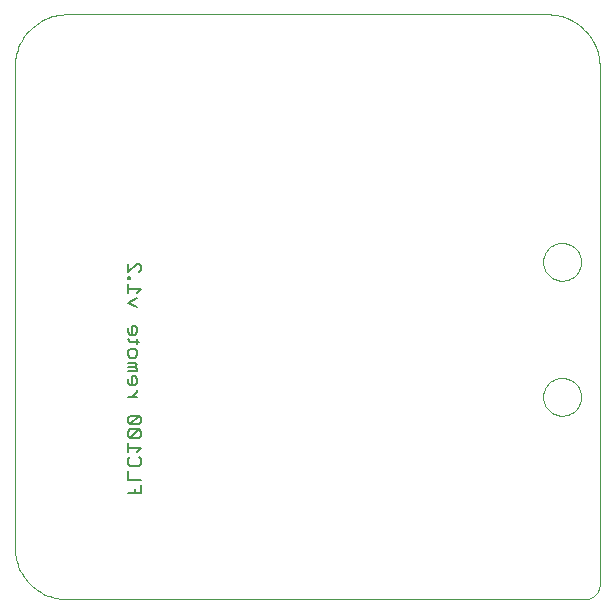
<source format=gbo>
G75*
G70*
%OFA0B0*%
%FSLAX24Y24*%
%IPPOS*%
%LPD*%
%AMOC8*
5,1,8,0,0,1.08239X$1,22.5*
%
%ADD10C,0.0000*%
%ADD11C,0.0060*%
D10*
X002925Y001175D02*
X020175Y001175D01*
X020219Y001177D01*
X020262Y001183D01*
X020304Y001192D01*
X020346Y001205D01*
X020386Y001222D01*
X020425Y001242D01*
X020462Y001265D01*
X020496Y001292D01*
X020529Y001321D01*
X020558Y001354D01*
X020585Y001388D01*
X020608Y001425D01*
X020628Y001464D01*
X020645Y001504D01*
X020658Y001546D01*
X020667Y001588D01*
X020673Y001631D01*
X020675Y001675D01*
X020675Y018925D01*
X020673Y019008D01*
X020667Y019091D01*
X020657Y019174D01*
X020643Y019256D01*
X020626Y019338D01*
X020604Y019418D01*
X020579Y019497D01*
X020550Y019575D01*
X020517Y019652D01*
X020480Y019727D01*
X020441Y019800D01*
X020397Y019871D01*
X020351Y019940D01*
X020301Y020007D01*
X020248Y020071D01*
X020192Y020133D01*
X020133Y020192D01*
X020071Y020248D01*
X020007Y020301D01*
X019940Y020351D01*
X019871Y020397D01*
X019800Y020441D01*
X019727Y020480D01*
X019652Y020517D01*
X019575Y020550D01*
X019497Y020579D01*
X019418Y020604D01*
X019338Y020626D01*
X019256Y020643D01*
X019174Y020657D01*
X019091Y020667D01*
X019008Y020673D01*
X018925Y020675D01*
X002925Y020675D01*
X002842Y020673D01*
X002759Y020667D01*
X002676Y020657D01*
X002594Y020643D01*
X002512Y020626D01*
X002432Y020604D01*
X002353Y020579D01*
X002275Y020550D01*
X002198Y020517D01*
X002123Y020480D01*
X002050Y020441D01*
X001979Y020397D01*
X001910Y020351D01*
X001843Y020301D01*
X001779Y020248D01*
X001717Y020192D01*
X001658Y020133D01*
X001602Y020071D01*
X001549Y020007D01*
X001499Y019940D01*
X001453Y019871D01*
X001409Y019800D01*
X001370Y019727D01*
X001333Y019652D01*
X001300Y019575D01*
X001271Y019497D01*
X001246Y019418D01*
X001224Y019338D01*
X001207Y019256D01*
X001193Y019174D01*
X001183Y019091D01*
X001177Y019008D01*
X001175Y018925D01*
X001175Y002925D01*
X001177Y002842D01*
X001183Y002759D01*
X001193Y002676D01*
X001207Y002594D01*
X001224Y002512D01*
X001246Y002432D01*
X001271Y002353D01*
X001300Y002275D01*
X001333Y002198D01*
X001370Y002123D01*
X001409Y002050D01*
X001453Y001979D01*
X001499Y001910D01*
X001549Y001843D01*
X001602Y001779D01*
X001658Y001717D01*
X001717Y001658D01*
X001779Y001602D01*
X001843Y001549D01*
X001910Y001499D01*
X001979Y001453D01*
X002050Y001409D01*
X002123Y001370D01*
X002198Y001333D01*
X002275Y001300D01*
X002353Y001271D01*
X002432Y001246D01*
X002512Y001224D01*
X002594Y001207D01*
X002676Y001193D01*
X002759Y001183D01*
X002842Y001177D01*
X002925Y001175D01*
X018795Y007925D02*
X018797Y007975D01*
X018803Y008025D01*
X018813Y008074D01*
X018827Y008122D01*
X018844Y008169D01*
X018865Y008214D01*
X018890Y008258D01*
X018918Y008299D01*
X018950Y008338D01*
X018984Y008375D01*
X019021Y008409D01*
X019061Y008439D01*
X019103Y008466D01*
X019147Y008490D01*
X019193Y008511D01*
X019240Y008527D01*
X019288Y008540D01*
X019338Y008549D01*
X019387Y008554D01*
X019438Y008555D01*
X019488Y008552D01*
X019537Y008545D01*
X019586Y008534D01*
X019634Y008519D01*
X019680Y008501D01*
X019725Y008479D01*
X019768Y008453D01*
X019809Y008424D01*
X019848Y008392D01*
X019884Y008357D01*
X019916Y008319D01*
X019946Y008279D01*
X019973Y008236D01*
X019996Y008192D01*
X020015Y008146D01*
X020031Y008098D01*
X020043Y008049D01*
X020051Y008000D01*
X020055Y007950D01*
X020055Y007900D01*
X020051Y007850D01*
X020043Y007801D01*
X020031Y007752D01*
X020015Y007704D01*
X019996Y007658D01*
X019973Y007614D01*
X019946Y007571D01*
X019916Y007531D01*
X019884Y007493D01*
X019848Y007458D01*
X019809Y007426D01*
X019768Y007397D01*
X019725Y007371D01*
X019680Y007349D01*
X019634Y007331D01*
X019586Y007316D01*
X019537Y007305D01*
X019488Y007298D01*
X019438Y007295D01*
X019387Y007296D01*
X019338Y007301D01*
X019288Y007310D01*
X019240Y007323D01*
X019193Y007339D01*
X019147Y007360D01*
X019103Y007384D01*
X019061Y007411D01*
X019021Y007441D01*
X018984Y007475D01*
X018950Y007512D01*
X018918Y007551D01*
X018890Y007592D01*
X018865Y007636D01*
X018844Y007681D01*
X018827Y007728D01*
X018813Y007776D01*
X018803Y007825D01*
X018797Y007875D01*
X018795Y007925D01*
X018795Y012425D02*
X018797Y012475D01*
X018803Y012525D01*
X018813Y012574D01*
X018827Y012622D01*
X018844Y012669D01*
X018865Y012714D01*
X018890Y012758D01*
X018918Y012799D01*
X018950Y012838D01*
X018984Y012875D01*
X019021Y012909D01*
X019061Y012939D01*
X019103Y012966D01*
X019147Y012990D01*
X019193Y013011D01*
X019240Y013027D01*
X019288Y013040D01*
X019338Y013049D01*
X019387Y013054D01*
X019438Y013055D01*
X019488Y013052D01*
X019537Y013045D01*
X019586Y013034D01*
X019634Y013019D01*
X019680Y013001D01*
X019725Y012979D01*
X019768Y012953D01*
X019809Y012924D01*
X019848Y012892D01*
X019884Y012857D01*
X019916Y012819D01*
X019946Y012779D01*
X019973Y012736D01*
X019996Y012692D01*
X020015Y012646D01*
X020031Y012598D01*
X020043Y012549D01*
X020051Y012500D01*
X020055Y012450D01*
X020055Y012400D01*
X020051Y012350D01*
X020043Y012301D01*
X020031Y012252D01*
X020015Y012204D01*
X019996Y012158D01*
X019973Y012114D01*
X019946Y012071D01*
X019916Y012031D01*
X019884Y011993D01*
X019848Y011958D01*
X019809Y011926D01*
X019768Y011897D01*
X019725Y011871D01*
X019680Y011849D01*
X019634Y011831D01*
X019586Y011816D01*
X019537Y011805D01*
X019488Y011798D01*
X019438Y011795D01*
X019387Y011796D01*
X019338Y011801D01*
X019288Y011810D01*
X019240Y011823D01*
X019193Y011839D01*
X019147Y011860D01*
X019103Y011884D01*
X019061Y011911D01*
X019021Y011941D01*
X018984Y011975D01*
X018950Y012012D01*
X018918Y012051D01*
X018890Y012092D01*
X018865Y012136D01*
X018844Y012181D01*
X018827Y012228D01*
X018813Y012276D01*
X018803Y012325D01*
X018797Y012375D01*
X018795Y012425D01*
D11*
X005395Y012291D02*
X005395Y012145D01*
X005322Y012071D01*
X005395Y012291D02*
X005322Y012365D01*
X005249Y012365D01*
X004955Y012071D01*
X004955Y012365D01*
X004955Y011914D02*
X004955Y011841D01*
X005028Y011841D01*
X005028Y011914D01*
X004955Y011914D01*
X004955Y011674D02*
X004955Y011381D01*
X004955Y011527D02*
X005395Y011527D01*
X005249Y011381D01*
X005249Y011214D02*
X004955Y011067D01*
X005249Y010920D01*
X005175Y010293D02*
X005102Y010293D01*
X005102Y010000D01*
X005175Y010000D02*
X005249Y010073D01*
X005249Y010220D01*
X005175Y010293D01*
X004955Y010220D02*
X004955Y010073D01*
X005028Y010000D01*
X005175Y010000D01*
X005249Y009839D02*
X005249Y009693D01*
X005322Y009766D02*
X005028Y009766D01*
X004955Y009839D01*
X005028Y009526D02*
X004955Y009452D01*
X004955Y009306D01*
X005028Y009232D01*
X005175Y009232D01*
X005249Y009306D01*
X005249Y009452D01*
X005175Y009526D01*
X005028Y009526D01*
X004955Y009065D02*
X005175Y009065D01*
X005249Y008992D01*
X005175Y008919D01*
X004955Y008919D01*
X004955Y008772D02*
X005249Y008772D01*
X005249Y008845D01*
X005175Y008919D01*
X005175Y008605D02*
X005102Y008605D01*
X005102Y008311D01*
X005175Y008311D02*
X005249Y008385D01*
X005249Y008532D01*
X005175Y008605D01*
X004955Y008532D02*
X004955Y008385D01*
X005028Y008311D01*
X005175Y008311D01*
X005249Y008148D02*
X005249Y008075D01*
X005102Y007928D01*
X004955Y007928D02*
X005249Y007928D01*
X005322Y007301D02*
X005028Y007301D01*
X004955Y007227D01*
X004955Y007080D01*
X005028Y007007D01*
X005322Y007301D01*
X005395Y007227D01*
X005395Y007080D01*
X005322Y007007D01*
X005028Y007007D01*
X005028Y006840D02*
X004955Y006767D01*
X004955Y006620D01*
X005028Y006547D01*
X005322Y006840D01*
X005028Y006840D01*
X005322Y006840D02*
X005395Y006767D01*
X005395Y006620D01*
X005322Y006547D01*
X005028Y006547D01*
X004955Y006380D02*
X004955Y006086D01*
X004955Y006233D02*
X005395Y006233D01*
X005249Y006086D01*
X005322Y005919D02*
X005395Y005846D01*
X005395Y005699D01*
X005322Y005626D01*
X005028Y005626D01*
X004955Y005699D01*
X004955Y005846D01*
X005028Y005919D01*
X004955Y005459D02*
X004955Y005165D01*
X005395Y005165D01*
X005395Y004999D02*
X005395Y004705D01*
X004955Y004705D01*
X005175Y004705D02*
X005175Y004852D01*
M02*

</source>
